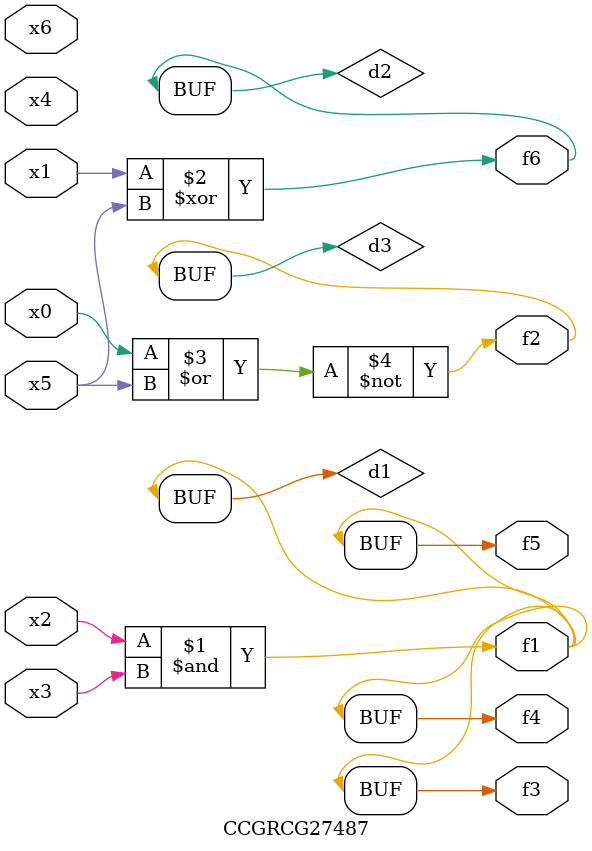
<source format=v>
module CCGRCG27487(
	input x0, x1, x2, x3, x4, x5, x6,
	output f1, f2, f3, f4, f5, f6
);

	wire d1, d2, d3;

	and (d1, x2, x3);
	xor (d2, x1, x5);
	nor (d3, x0, x5);
	assign f1 = d1;
	assign f2 = d3;
	assign f3 = d1;
	assign f4 = d1;
	assign f5 = d1;
	assign f6 = d2;
endmodule

</source>
